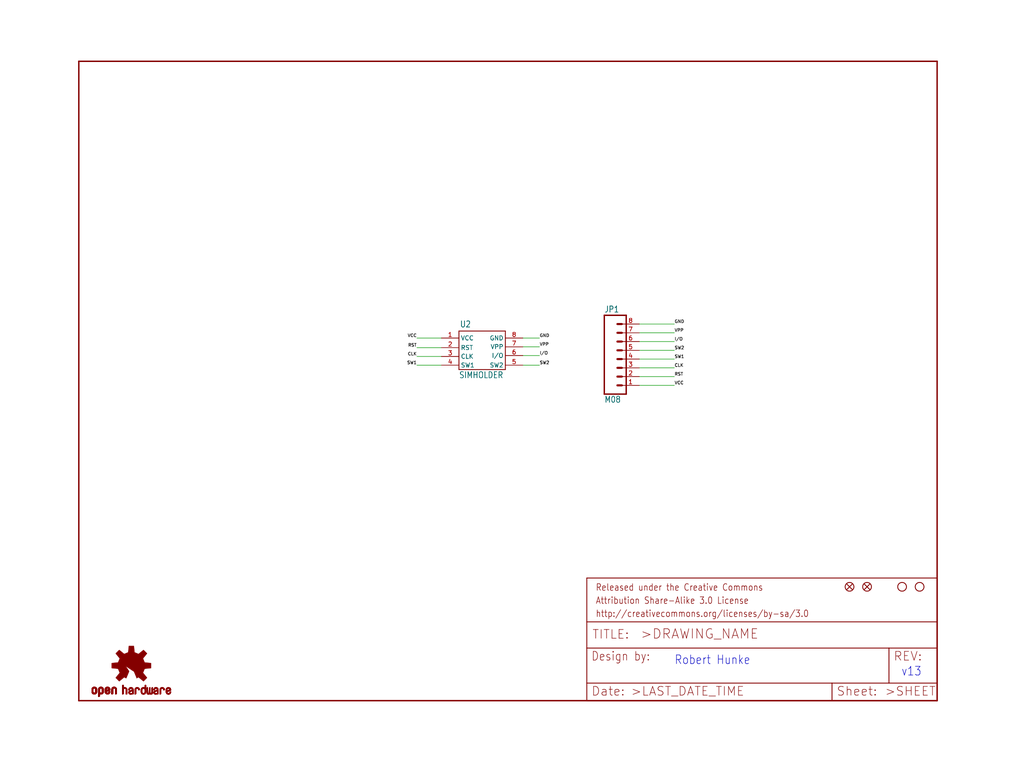
<source format=kicad_sch>
(kicad_sch (version 20211123) (generator eeschema)
  (paper "User" 297.002 223.926)
  (lib_symbols
    (symbol "eagleSchem-eagle-import:FIDUCIALUFIDUCIAL")
    (symbol "eagleSchem-eagle-import:FRAME-LETTER"
      (symbol "FRAME-LETTER_2_0"
        (text ">DRAWING_NAME" (at 15.494 17.78 0) (effects (font (size 2.7432 2.7432)) (justify left bottom)))
        (text ">LAST_DATE_TIME" (at 12.7 1.27 0) (effects (font (size 2.54 2.54)) (justify left bottom)))
        (text ">SHEET" (at 86.36 1.27 0) (effects (font (size 2.54 2.54)) (justify left bottom)))
        (text "Attribution Share-Alike 3.0 License" (at 2.54 27.94 0) (effects (font (size 1.9304 1.6408)) (justify left bottom)))
        (text "Date:" (at 1.27 1.27 0) (effects (font (size 2.54 2.54)) (justify left bottom)))
        (text "Design by:" (at 1.27 11.43 0) (effects (font (size 2.54 2.159)) (justify left bottom)))
        (text "http://creativecommons.org/licenses/by-sa/3.0" (at 2.54 24.13 0) (effects (font (size 1.9304 1.6408)) (justify left bottom)))
        (text "Released under the Creative Commons" (at 2.54 31.75 0) (effects (font (size 1.9304 1.6408)) (justify left bottom)))
        (text "REV:" (at 88.9 11.43 0) (effects (font (size 2.54 2.54)) (justify left bottom)))
        (text "Sheet:" (at 72.39 1.27 0) (effects (font (size 2.54 2.54)) (justify left bottom)))
        (text "TITLE:" (at 1.524 17.78 0) (effects (font (size 2.54 2.54)) (justify left bottom)))
      )
    )
    (symbol "eagleSchem-eagle-import:M08"
      (property "Reference" "JP" (at -5.08 13.462 0))
      (property "Value" "M08" (at -5.08 -12.7 0))
      (symbol "M08_1_0"
        (pin passive line (at 5.08 -7.62 180) (length 5.08) (name "1") (number "1"))
        (pin passive line (at 5.08 -5.08 180) (length 5.08) (name "2") (number "2"))
        (pin passive line (at 5.08 -2.54 180) (length 5.08) (name "3") (number "3"))
        (pin passive line (at 5.08 0 180) (length 5.08) (name "4") (number "4"))
        (pin passive line (at 5.08 2.54 180) (length 5.08) (name "5") (number "5"))
        (pin passive line (at 5.08 5.08 180) (length 5.08) (name "6") (number "6"))
        (pin passive line (at 5.08 7.62 180) (length 5.08) (name "7") (number "7"))
        (pin passive line (at 5.08 10.16 180) (length 5.08) (name "8") (number "8"))
      )
    )
    (symbol "eagleSchem-eagle-import:OSHW-LOGOS")
    (symbol "eagleSchem-eagle-import:SIMHOLDER2"
      (property "Value" "SIMHOLDER2" (at -6.604 -8.128 0))
      (symbol "SIMHOLDER2_1_0"
        (pin bidirectional line (at -11.684 3.556 0) (length 5.08) (name "VCC") (number "1"))
        (pin bidirectional line (at -11.684 0.762 0) (length 5.08) (name "RST") (number "2"))
        (pin bidirectional line (at -11.684 -1.778 0) (length 5.08) (name "CLK") (number "3"))
        (pin bidirectional line (at -11.684 -4.318 0) (length 5.08) (name "SW1") (number "4"))
        (pin bidirectional line (at 11.938 -4.318 180) (length 5.08) (name "SW2") (number "5"))
        (pin bidirectional line (at 11.938 -1.524 180) (length 5.08) (name "I/O") (number "6"))
        (pin bidirectional line (at 11.938 1.016 180) (length 5.08) (name "VPP") (number "7"))
        (pin bidirectional line (at 11.938 3.556 180) (length 5.08) (name "GND") (number "8"))
      )
    )
    (symbol "eagleSchem-eagle-import:STAND-OFF")
  )
  (wire (pts (xy 185.42 109.22) (xy 195.58 109.22)))
  (wire (pts (xy 151.638 103.124) (xy 156.464 103.124)))
  (wire (pts (xy 128.016 103.378) (xy 120.904 103.378)))
  (wire (pts (xy 151.638 98.044) (xy 156.464 98.044)))
  (wire (pts (xy 151.638 105.918) (xy 156.464 105.918)))
  (wire (pts (xy 185.42 93.98) (xy 195.58 93.98)))
  (wire (pts (xy 128.016 98.044) (xy 120.904 98.044)))
  (wire (pts (xy 185.42 106.68) (xy 195.58 106.68)))
  (wire (pts (xy 128.016 100.838) (xy 120.904 100.838)))
  (wire (pts (xy 185.42 104.14) (xy 195.58 104.14)))
  (wire (pts (xy 185.42 111.76) (xy 195.58 111.76)))
  (wire (pts (xy 128.016 105.918) (xy 120.904 105.918)))
  (wire (pts (xy 185.42 96.52) (xy 195.58 96.52)))
  (wire (pts (xy 185.42 101.6) (xy 195.58 101.6)))
  (wire (pts (xy 151.638 100.584) (xy 156.464 100.584)))
  (wire (pts (xy 185.42 99.06) (xy 195.58 99.06)))
  (text "v13" (at 261.366 196.342 180) (effects (font (size 2.54 2.159)) (justify left bottom)))
  (text "Robert Hunke" (at 195.58 193.04 180) (effects (font (size 2.54 2.159)) (justify left bottom)))
  (label "GND" (at 195.58 93.98 0) (effects (font (size 0.889 0.889))))
  (label "I/O" (at 195.58 99.06 0) (effects (font (size 0.889 0.889))))
  (label "SW2" (at 156.464 105.918 0) (effects (font (size 0.889 0.889))))
  (label "RST" (at 120.904 100.838 180) (effects (font (size 0.889 0.889))))
  (label "VCC" (at 120.904 98.044 180) (effects (font (size 0.889 0.889))))
  (label "SW1" (at 120.904 105.918 180) (effects (font (size 0.889 0.889))))
  (label "SW2" (at 195.58 101.6 0) (effects (font (size 0.889 0.889))))
  (label "VPP" (at 156.464 100.584 0) (effects (font (size 0.889 0.889))))
  (label "RST" (at 195.58 109.22 0) (effects (font (size 0.889 0.889))))
  (label "GND" (at 156.464 98.044 0) (effects (font (size 0.889 0.889))))
  (label "CLK" (at 195.58 106.68 0) (effects (font (size 0.889 0.889))))
  (label "I/O" (at 156.464 103.124 0) (effects (font (size 0.889 0.889))))
  (label "VPP" (at 195.58 96.52 0) (effects (font (size 0.889 0.889))))
  (label "CLK" (at 120.904 103.378 180) (effects (font (size 0.889 0.889))))
  (label "SW1" (at 195.58 104.14 0) (effects (font (size 0.889 0.889))))
  (label "VCC" (at 195.58 111.76 0) (effects (font (size 0.889 0.889))))
  (symbol (lib_id "eagleSchem-eagle-import:M08") (at 180.34 104.14 0) (unit 1)
    (property "Reference" "JP1" (at 175.26 90.678 0) (effects (font (size 1.778 1.5113)) (justify left bottom)))
    (property "Value" "M08" (at 175.26 116.84 0) (effects (font (size 1.778 1.5113)) (justify left bottom)))
    (property "Footprint" "eagleSchem:1X08" (effects hide))
  )
  (symbol (lib_id "eagleSchem-eagle-import:FRAME-LETTER") (at 22.86 203.2 0) (unit 1)
    (property "Reference" "FRAME2" (effects hide))
    (property "Value" "FRAME-LETTER" (effects hide))
    (property "Footprint" "eagleSchem:CREATIVE_COMMONS" (effects hide))
  )
  (symbol (lib_id "eagleSchem-eagle-import:FIDUCIALUFIDUCIAL") (at 246.38 170.18 0) (unit 1)
    (property "Reference" "FID1" (effects hide))
    (property "Value" "FIDUCIALUFIDUCIAL" (effects hide))
    (property "Footprint" "eagleSchem:MICRO-FIDUCIAL" (effects hide))
  )
  (symbol (lib_id "eagleSchem-eagle-import:SIMHOLDER2") (at 139.7 101.6 0) (unit 1)
    (property "Reference" "U2" (at 133.35 94.996 0) (effects (font (size 1.778 1.5113)) (justify left bottom)))
    (property "Value" "SIMHOLDER" (at 133.096 109.728 0) (effects (font (size 1.778 1.5113)) (justify left bottom)))
    (property "Footprint" "eagleSchem:SIMHOLDER2" (effects hide))
  )
  (symbol (lib_id "eagleSchem-eagle-import:OSHW-LOGOS") (at 38.1 193.04 0) (unit 1)
    (property "Reference" "LOGO1" (effects hide))
    (property "Value" "OSHW-LOGOS" (effects hide))
    (property "Footprint" "eagleSchem:OSHW-LOGO-S" (effects hide))
  )
  (symbol (lib_id "eagleSchem-eagle-import:STAND-OFF") (at 261.62 170.18 0) (unit 1)
    (property "Reference" "STANDOFF1" (effects hide))
    (property "Value" "STAND-OFF" (effects hide))
    (property "Footprint" "eagleSchem:STAND-OFF" (effects hide))
  )
  (symbol (lib_id "eagleSchem-eagle-import:FRAME-LETTER") (at 170.18 203.2 0) (unit 2)
    (property "Reference" "FRAME2" (effects hide))
    (property "Value" "FRAME-LETTER" (effects hide))
    (property "Footprint" "eagleSchem:CREATIVE_COMMONS" (effects hide))
  )
  (symbol (lib_id "eagleSchem-eagle-import:FIDUCIALUFIDUCIAL") (at 251.46 170.18 0) (unit 1)
    (property "Reference" "FID2" (effects hide))
    (property "Value" "FIDUCIALUFIDUCIAL" (effects hide))
    (property "Footprint" "eagleSchem:MICRO-FIDUCIAL" (effects hide))
  )
  (symbol (lib_id "eagleSchem-eagle-import:STAND-OFF") (at 266.7 170.18 0) (unit 1)
    (property "Reference" "STANDOFF2" (effects hide))
    (property "Value" "STAND-OFF" (effects hide))
    (property "Footprint" "eagleSchem:STAND-OFF" (effects hide))
  )
)
</source>
